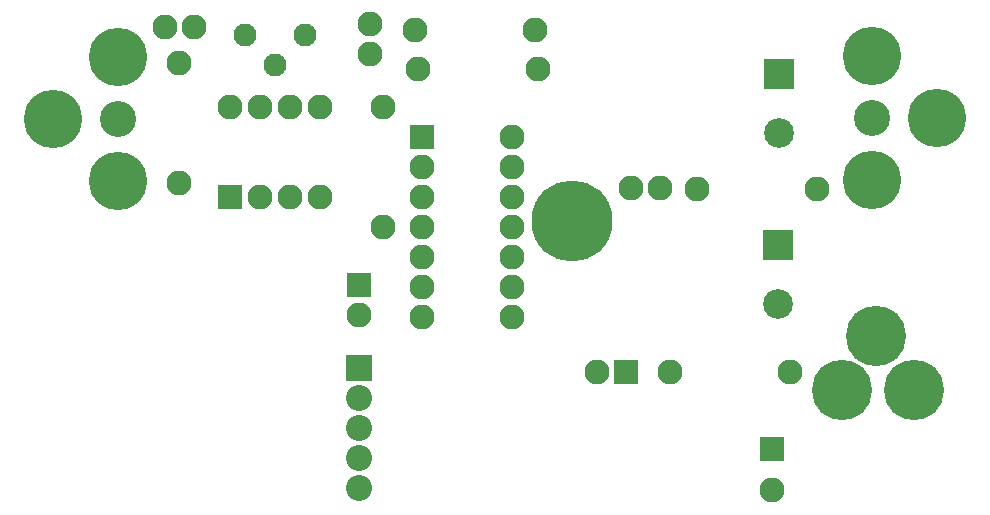
<source format=gbr>
G04 #@! TF.GenerationSoftware,KiCad,Pcbnew,(5.1.5)-3*
G04 #@! TF.CreationDate,2021-08-17T17:29:13-04:00*
G04 #@! TF.ProjectId,AudioAmp380,41756469-6f41-46d7-9033-38302e6b6963,1*
G04 #@! TF.SameCoordinates,Original*
G04 #@! TF.FileFunction,Soldermask,Top*
G04 #@! TF.FilePolarity,Negative*
%FSLAX46Y46*%
G04 Gerber Fmt 4.6, Leading zero omitted, Abs format (unit mm)*
G04 Created by KiCad (PCBNEW (5.1.5)-3) date 2021-08-17 17:29:13*
%MOMM*%
%LPD*%
G04 APERTURE LIST*
%ADD10R,2.108000X2.108000*%
%ADD11O,2.108000X2.108000*%
%ADD12C,2.108000*%
%ADD13R,2.508000X2.508000*%
%ADD14C,2.508000*%
%ADD15C,6.858000*%
%ADD16C,4.953000*%
%ADD17C,3.048000*%
%ADD18R,2.208000X2.208000*%
%ADD19O,2.208000X2.208000*%
%ADD20C,5.108000*%
%ADD21C,1.948000*%
G04 APERTURE END LIST*
D10*
X50058000Y-63258400D03*
D11*
X57678000Y-55638400D03*
X52598000Y-63258400D03*
X55138000Y-55638400D03*
X55138000Y-63258400D03*
X52598000Y-55638400D03*
X57678000Y-63258400D03*
X50058000Y-55638400D03*
X63012000Y-55638400D03*
D12*
X63012000Y-65798400D03*
D11*
X65933000Y-52463400D03*
D12*
X76093000Y-52463400D03*
X45740000Y-51955400D03*
D11*
X45740000Y-62115400D03*
D13*
X96413000Y-67322400D03*
D14*
X96413000Y-72322400D03*
D10*
X95905000Y-84613400D03*
D12*
X95905000Y-88113400D03*
D15*
X79014000Y-65290400D03*
D13*
X96540000Y-52844400D03*
D14*
X96540000Y-57844400D03*
D16*
X35021200Y-56654400D03*
X40533000Y-61899500D03*
X40533000Y-51409300D03*
D17*
X40533000Y-56654400D03*
D16*
X109916800Y-56613400D03*
X104405000Y-51368300D03*
X104405000Y-61858500D03*
D17*
X104405000Y-56613400D03*
D18*
X60980000Y-77736400D03*
D19*
X60980000Y-80276400D03*
X60980000Y-82816400D03*
X60980000Y-85356400D03*
X60980000Y-87896400D03*
D20*
X107905000Y-79613400D03*
X101805000Y-79613400D03*
X104705000Y-75013400D03*
D12*
X83967000Y-62496400D03*
X86467000Y-62496400D03*
D10*
X66314000Y-58178400D03*
D11*
X73934000Y-73418400D03*
X66314000Y-60718400D03*
X73934000Y-70878400D03*
X66314000Y-63258400D03*
X73934000Y-68338400D03*
X66314000Y-65798400D03*
X73934000Y-65798400D03*
X66314000Y-68338400D03*
X73934000Y-63258400D03*
X66314000Y-70878400D03*
X73934000Y-60718400D03*
X66314000Y-73418400D03*
X73934000Y-58178400D03*
D12*
X47010000Y-48907400D03*
X44510000Y-48907400D03*
X61869000Y-51153400D03*
X61869000Y-48653400D03*
D21*
X56408000Y-49542400D03*
X53868000Y-52082400D03*
X51328000Y-49542400D03*
D12*
X75839000Y-49161400D03*
D11*
X65679000Y-49161400D03*
X97429000Y-78113400D03*
D12*
X87269000Y-78113400D03*
X89555000Y-62623400D03*
D11*
X99715000Y-62623400D03*
D10*
X83586000Y-78117400D03*
D12*
X81086000Y-78117400D03*
X60980000Y-73251400D03*
D10*
X60980000Y-70751400D03*
M02*

</source>
